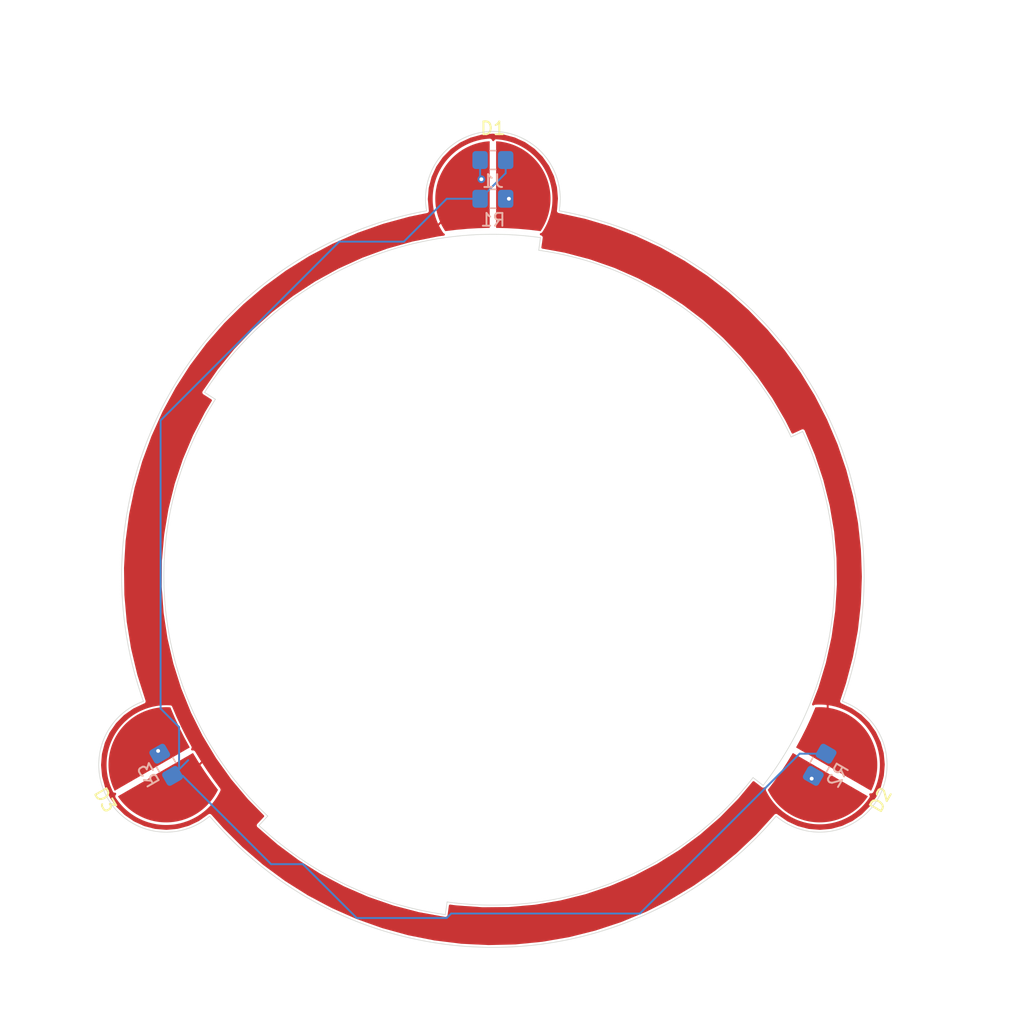
<source format=kicad_pcb>
(kicad_pcb (version 20171130) (host pcbnew "(5.1.8)-1")

  (general
    (thickness 1.6)
    (drawings 18)
    (tracks 38)
    (zones 0)
    (modules 7)
    (nets 6)
  )

  (page A4)
  (layers
    (0 F.Cu signal)
    (31 B.Cu signal)
    (32 B.Adhes user hide)
    (33 F.Adhes user hide)
    (34 B.Paste user hide)
    (35 F.Paste user hide)
    (36 B.SilkS user hide)
    (37 F.SilkS user hide)
    (38 B.Mask user hide)
    (39 F.Mask user hide)
    (40 Dwgs.User user hide)
    (41 Cmts.User user hide)
    (42 Eco1.User user hide)
    (43 Eco2.User user hide)
    (44 Edge.Cuts user)
    (45 Margin user hide)
    (46 B.CrtYd user hide)
    (47 F.CrtYd user hide)
    (48 B.Fab user hide)
    (49 F.Fab user hide)
  )

  (setup
    (last_trace_width 0.1524)
    (trace_clearance 0.1524)
    (zone_clearance 0.1524)
    (zone_45_only no)
    (trace_min 0.1524)
    (via_size 0.6)
    (via_drill 0.3)
    (via_min_size 0.5)
    (via_min_drill 0.3)
    (uvia_size 0.3)
    (uvia_drill 0.1)
    (uvias_allowed no)
    (uvia_min_size 0.2)
    (uvia_min_drill 0.1)
    (edge_width 0.05)
    (segment_width 0.2)
    (pcb_text_width 0.3)
    (pcb_text_size 1.5 1.5)
    (mod_edge_width 0.12)
    (mod_text_size 1 1)
    (mod_text_width 0.15)
    (pad_size 1.524 1.524)
    (pad_drill 0.762)
    (pad_to_mask_clearance 0)
    (aux_axis_origin 0 0)
    (visible_elements FFFFFF7F)
    (pcbplotparams
      (layerselection 0x010fc_ffffffff)
      (usegerberextensions false)
      (usegerberattributes true)
      (usegerberadvancedattributes true)
      (creategerberjobfile true)
      (excludeedgelayer true)
      (linewidth 0.100000)
      (plotframeref false)
      (viasonmask false)
      (mode 1)
      (useauxorigin false)
      (hpglpennumber 1)
      (hpglpenspeed 20)
      (hpglpendiameter 15.000000)
      (psnegative false)
      (psa4output false)
      (plotreference true)
      (plotvalue true)
      (plotinvisibletext false)
      (padsonsilk false)
      (subtractmaskfromsilk false)
      (outputformat 1)
      (mirror false)
      (drillshape 1)
      (scaleselection 1)
      (outputdirectory ""))
  )

  (net 0 "")
  (net 1 "Net-(D1-Pad2)")
  (net 2 GND)
  (net 3 "Net-(D2-Pad2)")
  (net 4 "Net-(D3-Pad2)")
  (net 5 +5V)

  (net_class Default "This is the default net class."
    (clearance 0.1524)
    (trace_width 0.1524)
    (via_dia 0.6)
    (via_drill 0.3)
    (uvia_dia 0.3)
    (uvia_drill 0.1)
    (add_net +5V)
    (add_net GND)
    (add_net "Net-(D1-Pad2)")
    (add_net "Net-(D2-Pad2)")
    (add_net "Net-(D3-Pad2)")
  )

  (module Resistor_SMD:R_0805_2012Metric_Pad1.20x1.40mm_HandSolder (layer B.Cu) (tedit 5F68FEEE) (tstamp 5FB28BE1)
    (at 148.5 72.5)
    (descr "Resistor SMD 0805 (2012 Metric), square (rectangular) end terminal, IPC_7351 nominal with elongated pad for handsoldering. (Body size source: IPC-SM-782 page 72, https://www.pcb-3d.com/wordpress/wp-content/uploads/ipc-sm-782a_amendment_1_and_2.pdf), generated with kicad-footprint-generator")
    (tags "resistor handsolder")
    (path /5FB2B626)
    (attr smd)
    (fp_text reference J1 (at 0 1.65 180) (layer B.SilkS)
      (effects (font (size 1 1) (thickness 0.15)) (justify mirror))
    )
    (fp_text value Conn_01x02 (at 0 -1.65 180) (layer B.Fab)
      (effects (font (size 1 1) (thickness 0.15)) (justify mirror))
    )
    (fp_text user %R (at 0 0 180) (layer B.Fab)
      (effects (font (size 0.5 0.5) (thickness 0.08)) (justify mirror))
    )
    (fp_line (start -1 -0.625) (end -1 0.625) (layer B.Fab) (width 0.1))
    (fp_line (start -1 0.625) (end 1 0.625) (layer B.Fab) (width 0.1))
    (fp_line (start 1 0.625) (end 1 -0.625) (layer B.Fab) (width 0.1))
    (fp_line (start 1 -0.625) (end -1 -0.625) (layer B.Fab) (width 0.1))
    (fp_line (start -0.227064 0.735) (end 0.227064 0.735) (layer B.SilkS) (width 0.12))
    (fp_line (start -0.227064 -0.735) (end 0.227064 -0.735) (layer B.SilkS) (width 0.12))
    (fp_line (start -1.85 -0.95) (end -1.85 0.95) (layer B.CrtYd) (width 0.05))
    (fp_line (start -1.85 0.95) (end 1.85 0.95) (layer B.CrtYd) (width 0.05))
    (fp_line (start 1.85 0.95) (end 1.85 -0.95) (layer B.CrtYd) (width 0.05))
    (fp_line (start 1.85 -0.95) (end -1.85 -0.95) (layer B.CrtYd) (width 0.05))
    (pad 2 smd roundrect (at 1 0) (size 1.2 1.4) (layers B.Cu B.Paste B.Mask) (roundrect_rratio 0.208333)
      (net 5 +5V))
    (pad 1 smd roundrect (at -1 0) (size 1.2 1.4) (layers B.Cu B.Paste B.Mask) (roundrect_rratio 0.208333)
      (net 2 GND))
    (model ${KISYS3DMOD}/Resistor_SMD.3dshapes/R_0805_2012Metric.wrl
      (at (xyz 0 0 0))
      (scale (xyz 1 1 1))
      (rotate (xyz 0 0 0))
    )
  )

  (module Resistor_SMD:R_0805_2012Metric_Pad1.20x1.40mm_HandSolder (layer B.Cu) (tedit 5F68FEEE) (tstamp 5FB26412)
    (at 122.975 119.737 300)
    (descr "Resistor SMD 0805 (2012 Metric), square (rectangular) end terminal, IPC_7351 nominal with elongated pad for handsoldering. (Body size source: IPC-SM-782 page 72, https://www.pcb-3d.com/wordpress/wp-content/uploads/ipc-sm-782a_amendment_1_and_2.pdf), generated with kicad-footprint-generator")
    (tags "resistor handsolder")
    (path /5FB22849)
    (attr smd)
    (fp_text reference R3 (at 0 1.65 300) (layer B.SilkS)
      (effects (font (size 1 1) (thickness 0.15)) (justify mirror))
    )
    (fp_text value 20 (at 0 -1.65 300) (layer B.Fab)
      (effects (font (size 1 1) (thickness 0.15)) (justify mirror))
    )
    (fp_text user %R (at 0 0 300) (layer B.Fab)
      (effects (font (size 0.5 0.5) (thickness 0.08)) (justify mirror))
    )
    (fp_line (start -1 -0.625) (end -1 0.625) (layer B.Fab) (width 0.1))
    (fp_line (start -1 0.625) (end 1 0.625) (layer B.Fab) (width 0.1))
    (fp_line (start 1 0.625) (end 1 -0.625) (layer B.Fab) (width 0.1))
    (fp_line (start 1 -0.625) (end -1 -0.625) (layer B.Fab) (width 0.1))
    (fp_line (start -0.227064 0.735) (end 0.227064 0.735) (layer B.SilkS) (width 0.12))
    (fp_line (start -0.227064 -0.735) (end 0.227064 -0.735) (layer B.SilkS) (width 0.12))
    (fp_line (start -1.85 -0.95) (end -1.85 0.95) (layer B.CrtYd) (width 0.05))
    (fp_line (start -1.85 0.95) (end 1.85 0.95) (layer B.CrtYd) (width 0.05))
    (fp_line (start 1.85 0.95) (end 1.85 -0.95) (layer B.CrtYd) (width 0.05))
    (fp_line (start 1.85 -0.95) (end -1.85 -0.95) (layer B.CrtYd) (width 0.05))
    (pad 2 smd roundrect (at 1 0 300) (size 1.2 1.4) (layers B.Cu B.Paste B.Mask) (roundrect_rratio 0.208333)
      (net 5 +5V))
    (pad 1 smd roundrect (at -1 0 300) (size 1.2 1.4) (layers B.Cu B.Paste B.Mask) (roundrect_rratio 0.208333)
      (net 4 "Net-(D3-Pad2)"))
    (model ${KISYS3DMOD}/Resistor_SMD.3dshapes/R_0805_2012Metric.wrl
      (at (xyz 0 0 0))
      (scale (xyz 1 1 1))
      (rotate (xyz 0 0 0))
    )
  )

  (module Resistor_SMD:R_0805_2012Metric_Pad1.20x1.40mm_HandSolder (layer B.Cu) (tedit 5F68FEEE) (tstamp 5FB2652A)
    (at 174.025 119.737 60)
    (descr "Resistor SMD 0805 (2012 Metric), square (rectangular) end terminal, IPC_7351 nominal with elongated pad for handsoldering. (Body size source: IPC-SM-782 page 72, https://www.pcb-3d.com/wordpress/wp-content/uploads/ipc-sm-782a_amendment_1_and_2.pdf), generated with kicad-footprint-generator")
    (tags "resistor handsolder")
    (path /5FB22EE9)
    (attr smd)
    (fp_text reference R2 (at 0 1.65 240) (layer B.SilkS)
      (effects (font (size 1 1) (thickness 0.15)) (justify mirror))
    )
    (fp_text value 20 (at 0 -1.65 240) (layer B.Fab)
      (effects (font (size 1 1) (thickness 0.15)) (justify mirror))
    )
    (fp_text user %R (at 0 0 240) (layer B.Fab)
      (effects (font (size 0.5 0.5) (thickness 0.08)) (justify mirror))
    )
    (fp_line (start -1 -0.625) (end -1 0.625) (layer B.Fab) (width 0.1))
    (fp_line (start -1 0.625) (end 1 0.625) (layer B.Fab) (width 0.1))
    (fp_line (start 1 0.625) (end 1 -0.625) (layer B.Fab) (width 0.1))
    (fp_line (start 1 -0.625) (end -1 -0.625) (layer B.Fab) (width 0.1))
    (fp_line (start -0.227064 0.735) (end 0.227064 0.735) (layer B.SilkS) (width 0.12))
    (fp_line (start -0.227064 -0.735) (end 0.227064 -0.735) (layer B.SilkS) (width 0.12))
    (fp_line (start -1.85 -0.95) (end -1.85 0.95) (layer B.CrtYd) (width 0.05))
    (fp_line (start -1.85 0.95) (end 1.85 0.95) (layer B.CrtYd) (width 0.05))
    (fp_line (start 1.85 0.95) (end 1.85 -0.95) (layer B.CrtYd) (width 0.05))
    (fp_line (start 1.85 -0.95) (end -1.85 -0.95) (layer B.CrtYd) (width 0.05))
    (pad 2 smd roundrect (at 1 0 60) (size 1.2 1.4) (layers B.Cu B.Paste B.Mask) (roundrect_rratio 0.208333)
      (net 5 +5V))
    (pad 1 smd roundrect (at -1 0 60) (size 1.2 1.4) (layers B.Cu B.Paste B.Mask) (roundrect_rratio 0.208333)
      (net 3 "Net-(D2-Pad2)"))
    (model ${KISYS3DMOD}/Resistor_SMD.3dshapes/R_0805_2012Metric.wrl
      (at (xyz 0 0 0))
      (scale (xyz 1 1 1))
      (rotate (xyz 0 0 0))
    )
  )

  (module Resistor_SMD:R_0805_2012Metric_Pad1.20x1.40mm_HandSolder (layer B.Cu) (tedit 5F68FEEE) (tstamp 5FB2682D)
    (at 148.5 75.526)
    (descr "Resistor SMD 0805 (2012 Metric), square (rectangular) end terminal, IPC_7351 nominal with elongated pad for handsoldering. (Body size source: IPC-SM-782 page 72, https://www.pcb-3d.com/wordpress/wp-content/uploads/ipc-sm-782a_amendment_1_and_2.pdf), generated with kicad-footprint-generator")
    (tags "resistor handsolder")
    (path /5FB20A8F)
    (attr smd)
    (fp_text reference R1 (at 0 1.65) (layer B.SilkS)
      (effects (font (size 1 1) (thickness 0.15)) (justify mirror))
    )
    (fp_text value 20 (at 0 -1.65) (layer B.Fab)
      (effects (font (size 1 1) (thickness 0.15)) (justify mirror))
    )
    (fp_text user %R (at 0 0) (layer B.Fab)
      (effects (font (size 0.5 0.5) (thickness 0.08)) (justify mirror))
    )
    (fp_line (start -1 -0.625) (end -1 0.625) (layer B.Fab) (width 0.1))
    (fp_line (start -1 0.625) (end 1 0.625) (layer B.Fab) (width 0.1))
    (fp_line (start 1 0.625) (end 1 -0.625) (layer B.Fab) (width 0.1))
    (fp_line (start 1 -0.625) (end -1 -0.625) (layer B.Fab) (width 0.1))
    (fp_line (start -0.227064 0.735) (end 0.227064 0.735) (layer B.SilkS) (width 0.12))
    (fp_line (start -0.227064 -0.735) (end 0.227064 -0.735) (layer B.SilkS) (width 0.12))
    (fp_line (start -1.85 -0.95) (end -1.85 0.95) (layer B.CrtYd) (width 0.05))
    (fp_line (start -1.85 0.95) (end 1.85 0.95) (layer B.CrtYd) (width 0.05))
    (fp_line (start 1.85 0.95) (end 1.85 -0.95) (layer B.CrtYd) (width 0.05))
    (fp_line (start 1.85 -0.95) (end -1.85 -0.95) (layer B.CrtYd) (width 0.05))
    (pad 2 smd roundrect (at 1 0) (size 1.2 1.4) (layers B.Cu B.Paste B.Mask) (roundrect_rratio 0.208333)
      (net 1 "Net-(D1-Pad2)"))
    (pad 1 smd roundrect (at -1 0) (size 1.2 1.4) (layers B.Cu B.Paste B.Mask) (roundrect_rratio 0.208333)
      (net 5 +5V))
    (model ${KISYS3DMOD}/Resistor_SMD.3dshapes/R_0805_2012Metric.wrl
      (at (xyz 0 0 0))
      (scale (xyz 1 1 1))
      (rotate (xyz 0 0 0))
    )
  )

  (module pcb:Universal_LED (layer F.Cu) (tedit 5FB3573D) (tstamp 5FB357E9)
    (at 148.5 75.526)
    (path /5FB1FF25)
    (attr smd)
    (fp_text reference D1 (at 0 -5.5) (layer F.SilkS)
      (effects (font (size 1 1) (thickness 0.15)))
    )
    (fp_text value LED (at 0 3.5) (layer F.Fab)
      (effects (font (size 1 1) (thickness 0.15)))
    )
    (pad 2 smd custom (at 1.25 0) (size 2 2) (layers F.Cu F.Paste F.Mask)
      (net 1 "Net-(D1-Pad2)") (zone_connect 0)
      (options (clearance outline) (anchor rect))
      (primitives
        (gr_poly (pts
           (xy -0.844607 -4.481702) (xy -0.689699 -4.464981) (xy -0.535463 -4.442908) (xy -0.382083 -4.415509) (xy -0.229744 -4.382816)
           (xy -0.078629 -4.344869) (xy 0.071083 -4.301713) (xy 0.219211 -4.2534) (xy 0.365578 -4.199988) (xy 0.510007 -4.141542)
           (xy 0.652327 -4.07813) (xy 0.792367 -4.009829) (xy 0.929958 -3.936722) (xy 1.064935 -3.858895) (xy 1.197138 -3.776442)
           (xy 1.326406 -3.689461) (xy 1.452586 -3.598058) (xy 1.575527 -3.502341) (xy 1.695079 -3.402426) (xy 1.811102 -3.298431)
           (xy 1.923454 -3.190483) (xy 2.032003 -3.07871) (xy 2.136616 -2.963245) (xy 2.23717 -2.844229) (xy 2.333543 -2.721803)
           (xy 2.425621 -2.596114) (xy 2.513292 -2.467312) (xy 2.596451 -2.335553) (xy 2.674999 -2.200994) (xy 2.748842 -2.063796)
           (xy 2.817891 -1.924124) (xy 2.882064 -1.782146) (xy 2.941283 -1.638031) (xy 2.995477 -1.491952) (xy 3.044581 -1.344085)
           (xy 3.088538 -1.194606) (xy 3.127293 -1.043696) (xy 3.189021 -0.738303) (xy 3.211919 -0.584188) (xy 3.229468 -0.429371)
           (xy 3.241647 -0.274041) (xy 3.248442 -0.118381) (xy 3.249844 0.037419) (xy 3.245851 0.193175) (xy 3.236469 0.3487)
           (xy 3.221708 0.503807) (xy 3.201587 0.65831) (xy 3.176128 0.812023) (xy 3.145364 0.964763) (xy 3.109331 1.116347)
           (xy 3.068071 1.266592) (xy 3.021635 1.415319) (xy 2.970078 1.562349) (xy 2.913462 1.707506) (xy 2.851855 1.850617)
           (xy 2.78533 1.991508) (xy 2.713968 2.130013) (xy 2.637853 2.265963) (xy 2.557078 2.399198) (xy 2.471739 2.529556)
           (xy 1.607308 2.424226) (xy 0.739948 2.346622) (xy -0.129452 2.296823) (xy -1 2.274881) (xy -1 -4.49305)
) (width 0))
      ))
    (pad 1 smd custom (at -1.25 0) (size 2 2) (layers F.Cu F.Paste F.Mask)
      (net 2 GND)
      (options (clearance outline) (anchor rect))
      (primitives
        (gr_poly (pts
           (xy 0.844607 -4.481702) (xy 0.689699 -4.464981) (xy 0.535463 -4.442908) (xy 0.382083 -4.415509) (xy 0.229744 -4.382816)
           (xy 0.078629 -4.344869) (xy -0.071083 -4.301713) (xy -0.219211 -4.2534) (xy -0.365578 -4.199988) (xy -0.510007 -4.141542)
           (xy -0.652327 -4.07813) (xy -0.792367 -4.009829) (xy -0.929958 -3.936722) (xy -1.064935 -3.858895) (xy -1.197138 -3.776442)
           (xy -1.326406 -3.689461) (xy -1.452586 -3.598058) (xy -1.575527 -3.502341) (xy -1.695079 -3.402426) (xy -1.811102 -3.298431)
           (xy -1.923454 -3.190483) (xy -2.032003 -3.07871) (xy -2.136616 -2.963245) (xy -2.23717 -2.844229) (xy -2.333543 -2.721803)
           (xy -2.425621 -2.596114) (xy -2.513292 -2.467312) (xy -2.596451 -2.335553) (xy -2.674999 -2.200994) (xy -2.748842 -2.063796)
           (xy -2.817891 -1.924124) (xy -2.882064 -1.782146) (xy -2.941283 -1.638031) (xy -2.995477 -1.491952) (xy -3.044581 -1.344085)
           (xy -3.088538 -1.194606) (xy -3.127293 -1.043696) (xy -3.189021 -0.738303) (xy -3.211919 -0.584188) (xy -3.229468 -0.429371)
           (xy -3.241647 -0.274041) (xy -3.248442 -0.118381) (xy -3.249844 0.037419) (xy -3.245851 0.193175) (xy -3.236469 0.3487)
           (xy -3.221708 0.503807) (xy -3.201587 0.65831) (xy -3.176128 0.812023) (xy -3.145364 0.964763) (xy -3.109331 1.116347)
           (xy -3.068071 1.266592) (xy -3.021635 1.415319) (xy -2.970078 1.562349) (xy -2.913462 1.707506) (xy -2.851855 1.850617)
           (xy -2.78533 1.991508) (xy -2.713968 2.130013) (xy -2.637853 2.265963) (xy -2.557078 2.399198) (xy -2.471739 2.529556)
           (xy -1.607308 2.424226) (xy -0.739948 2.346622) (xy 0.129452 2.296823) (xy 1 2.274881) (xy 1 -4.49305)
) (width 0))
      ))
  )

  (module pcb:Universal_LED (layer F.Cu) (tedit 5FB3573D) (tstamp 5FB357EE)
    (at 174.025 119.737 240)
    (path /5FB203BB)
    (attr smd)
    (fp_text reference D2 (at 0 -5.5 60) (layer F.SilkS)
      (effects (font (size 1 1) (thickness 0.15)))
    )
    (fp_text value LED (at 0 3.5 60) (layer F.Fab)
      (effects (font (size 1 1) (thickness 0.15)))
    )
    (pad 1 smd custom (at -1.25 0 240) (size 2 2) (layers F.Cu F.Paste F.Mask)
      (net 2 GND)
      (options (clearance outline) (anchor rect))
      (primitives
        (gr_poly (pts
           (xy 0.844607 -4.481702) (xy 0.689699 -4.464981) (xy 0.535463 -4.442908) (xy 0.382083 -4.415509) (xy 0.229744 -4.382816)
           (xy 0.078629 -4.344869) (xy -0.071083 -4.301713) (xy -0.219211 -4.2534) (xy -0.365578 -4.199988) (xy -0.510007 -4.141542)
           (xy -0.652327 -4.07813) (xy -0.792367 -4.009829) (xy -0.929958 -3.936722) (xy -1.064935 -3.858895) (xy -1.197138 -3.776442)
           (xy -1.326406 -3.689461) (xy -1.452586 -3.598058) (xy -1.575527 -3.502341) (xy -1.695079 -3.402426) (xy -1.811102 -3.298431)
           (xy -1.923454 -3.190483) (xy -2.032003 -3.07871) (xy -2.136616 -2.963245) (xy -2.23717 -2.844229) (xy -2.333543 -2.721803)
           (xy -2.425621 -2.596114) (xy -2.513292 -2.467312) (xy -2.596451 -2.335553) (xy -2.674999 -2.200994) (xy -2.748842 -2.063796)
           (xy -2.817891 -1.924124) (xy -2.882064 -1.782146) (xy -2.941283 -1.638031) (xy -2.995477 -1.491952) (xy -3.044581 -1.344085)
           (xy -3.088538 -1.194606) (xy -3.127293 -1.043696) (xy -3.189021 -0.738303) (xy -3.211919 -0.584188) (xy -3.229468 -0.429371)
           (xy -3.241647 -0.274041) (xy -3.248442 -0.118381) (xy -3.249844 0.037419) (xy -3.245851 0.193175) (xy -3.236469 0.3487)
           (xy -3.221708 0.503807) (xy -3.201587 0.65831) (xy -3.176128 0.812023) (xy -3.145364 0.964763) (xy -3.109331 1.116347)
           (xy -3.068071 1.266592) (xy -3.021635 1.415319) (xy -2.970078 1.562349) (xy -2.913462 1.707506) (xy -2.851855 1.850617)
           (xy -2.78533 1.991508) (xy -2.713968 2.130013) (xy -2.637853 2.265963) (xy -2.557078 2.399198) (xy -2.471739 2.529556)
           (xy -1.607308 2.424226) (xy -0.739948 2.346622) (xy 0.129452 2.296823) (xy 1 2.274881) (xy 1 -4.49305)
) (width 0))
      ))
    (pad 2 smd custom (at 1.25 0 240) (size 2 2) (layers F.Cu F.Paste F.Mask)
      (net 3 "Net-(D2-Pad2)") (zone_connect 0)
      (options (clearance outline) (anchor rect))
      (primitives
        (gr_poly (pts
           (xy -0.844607 -4.481702) (xy -0.689699 -4.464981) (xy -0.535463 -4.442908) (xy -0.382083 -4.415509) (xy -0.229744 -4.382816)
           (xy -0.078629 -4.344869) (xy 0.071083 -4.301713) (xy 0.219211 -4.2534) (xy 0.365578 -4.199988) (xy 0.510007 -4.141542)
           (xy 0.652327 -4.07813) (xy 0.792367 -4.009829) (xy 0.929958 -3.936722) (xy 1.064935 -3.858895) (xy 1.197138 -3.776442)
           (xy 1.326406 -3.689461) (xy 1.452586 -3.598058) (xy 1.575527 -3.502341) (xy 1.695079 -3.402426) (xy 1.811102 -3.298431)
           (xy 1.923454 -3.190483) (xy 2.032003 -3.07871) (xy 2.136616 -2.963245) (xy 2.23717 -2.844229) (xy 2.333543 -2.721803)
           (xy 2.425621 -2.596114) (xy 2.513292 -2.467312) (xy 2.596451 -2.335553) (xy 2.674999 -2.200994) (xy 2.748842 -2.063796)
           (xy 2.817891 -1.924124) (xy 2.882064 -1.782146) (xy 2.941283 -1.638031) (xy 2.995477 -1.491952) (xy 3.044581 -1.344085)
           (xy 3.088538 -1.194606) (xy 3.127293 -1.043696) (xy 3.189021 -0.738303) (xy 3.211919 -0.584188) (xy 3.229468 -0.429371)
           (xy 3.241647 -0.274041) (xy 3.248442 -0.118381) (xy 3.249844 0.037419) (xy 3.245851 0.193175) (xy 3.236469 0.3487)
           (xy 3.221708 0.503807) (xy 3.201587 0.65831) (xy 3.176128 0.812023) (xy 3.145364 0.964763) (xy 3.109331 1.116347)
           (xy 3.068071 1.266592) (xy 3.021635 1.415319) (xy 2.970078 1.562349) (xy 2.913462 1.707506) (xy 2.851855 1.850617)
           (xy 2.78533 1.991508) (xy 2.713968 2.130013) (xy 2.637853 2.265963) (xy 2.557078 2.399198) (xy 2.471739 2.529556)
           (xy 1.607308 2.424226) (xy 0.739948 2.346622) (xy -0.129452 2.296823) (xy -1 2.274881) (xy -1 -4.49305)
) (width 0))
      ))
  )

  (module pcb:Universal_LED (layer F.Cu) (tedit 5FB3573D) (tstamp 5FB357F3)
    (at 122.975 119.737 120)
    (path /5FB2055D)
    (attr smd)
    (fp_text reference D3 (at 0 -5.5 120) (layer F.SilkS)
      (effects (font (size 1 1) (thickness 0.15)))
    )
    (fp_text value LED (at 0 3.5 120) (layer F.Fab)
      (effects (font (size 1 1) (thickness 0.15)))
    )
    (pad 2 smd custom (at 1.25 0 120) (size 2 2) (layers F.Cu F.Paste F.Mask)
      (net 4 "Net-(D3-Pad2)") (zone_connect 0)
      (options (clearance outline) (anchor rect))
      (primitives
        (gr_poly (pts
           (xy -0.844607 -4.481702) (xy -0.689699 -4.464981) (xy -0.535463 -4.442908) (xy -0.382083 -4.415509) (xy -0.229744 -4.382816)
           (xy -0.078629 -4.344869) (xy 0.071083 -4.301713) (xy 0.219211 -4.2534) (xy 0.365578 -4.199988) (xy 0.510007 -4.141542)
           (xy 0.652327 -4.07813) (xy 0.792367 -4.009829) (xy 0.929958 -3.936722) (xy 1.064935 -3.858895) (xy 1.197138 -3.776442)
           (xy 1.326406 -3.689461) (xy 1.452586 -3.598058) (xy 1.575527 -3.502341) (xy 1.695079 -3.402426) (xy 1.811102 -3.298431)
           (xy 1.923454 -3.190483) (xy 2.032003 -3.07871) (xy 2.136616 -2.963245) (xy 2.23717 -2.844229) (xy 2.333543 -2.721803)
           (xy 2.425621 -2.596114) (xy 2.513292 -2.467312) (xy 2.596451 -2.335553) (xy 2.674999 -2.200994) (xy 2.748842 -2.063796)
           (xy 2.817891 -1.924124) (xy 2.882064 -1.782146) (xy 2.941283 -1.638031) (xy 2.995477 -1.491952) (xy 3.044581 -1.344085)
           (xy 3.088538 -1.194606) (xy 3.127293 -1.043696) (xy 3.189021 -0.738303) (xy 3.211919 -0.584188) (xy 3.229468 -0.429371)
           (xy 3.241647 -0.274041) (xy 3.248442 -0.118381) (xy 3.249844 0.037419) (xy 3.245851 0.193175) (xy 3.236469 0.3487)
           (xy 3.221708 0.503807) (xy 3.201587 0.65831) (xy 3.176128 0.812023) (xy 3.145364 0.964763) (xy 3.109331 1.116347)
           (xy 3.068071 1.266592) (xy 3.021635 1.415319) (xy 2.970078 1.562349) (xy 2.913462 1.707506) (xy 2.851855 1.850617)
           (xy 2.78533 1.991508) (xy 2.713968 2.130013) (xy 2.637853 2.265963) (xy 2.557078 2.399198) (xy 2.471739 2.529556)
           (xy 1.607308 2.424226) (xy 0.739948 2.346622) (xy -0.129452 2.296823) (xy -1 2.274881) (xy -1 -4.49305)
) (width 0))
      ))
    (pad 1 smd custom (at -1.25 0 120) (size 2 2) (layers F.Cu F.Paste F.Mask)
      (net 2 GND)
      (options (clearance outline) (anchor rect))
      (primitives
        (gr_poly (pts
           (xy 0.844607 -4.481702) (xy 0.689699 -4.464981) (xy 0.535463 -4.442908) (xy 0.382083 -4.415509) (xy 0.229744 -4.382816)
           (xy 0.078629 -4.344869) (xy -0.071083 -4.301713) (xy -0.219211 -4.2534) (xy -0.365578 -4.199988) (xy -0.510007 -4.141542)
           (xy -0.652327 -4.07813) (xy -0.792367 -4.009829) (xy -0.929958 -3.936722) (xy -1.064935 -3.858895) (xy -1.197138 -3.776442)
           (xy -1.326406 -3.689461) (xy -1.452586 -3.598058) (xy -1.575527 -3.502341) (xy -1.695079 -3.402426) (xy -1.811102 -3.298431)
           (xy -1.923454 -3.190483) (xy -2.032003 -3.07871) (xy -2.136616 -2.963245) (xy -2.23717 -2.844229) (xy -2.333543 -2.721803)
           (xy -2.425621 -2.596114) (xy -2.513292 -2.467312) (xy -2.596451 -2.335553) (xy -2.674999 -2.200994) (xy -2.748842 -2.063796)
           (xy -2.817891 -1.924124) (xy -2.882064 -1.782146) (xy -2.941283 -1.638031) (xy -2.995477 -1.491952) (xy -3.044581 -1.344085)
           (xy -3.088538 -1.194606) (xy -3.127293 -1.043696) (xy -3.189021 -0.738303) (xy -3.211919 -0.584188) (xy -3.229468 -0.429371)
           (xy -3.241647 -0.274041) (xy -3.248442 -0.118381) (xy -3.249844 0.037419) (xy -3.245851 0.193175) (xy -3.236469 0.3487)
           (xy -3.221708 0.503807) (xy -3.201587 0.65831) (xy -3.176128 0.812023) (xy -3.145364 0.964763) (xy -3.109331 1.116347)
           (xy -3.068071 1.266592) (xy -3.021635 1.415319) (xy -2.970078 1.562349) (xy -2.913462 1.707506) (xy -2.851855 1.850617)
           (xy -2.78533 1.991508) (xy -2.713968 2.130013) (xy -2.637853 2.265963) (xy -2.557078 2.399198) (xy -2.471739 2.529556)
           (xy -1.607308 2.424226) (xy -0.739948 2.346622) (xy 0.129452 2.296823) (xy 1 2.274881) (xy 1 -4.49305)
) (width 0))
      ))
  )

  (gr_arc (start 148.5 104.999999) (end 143.321428 76.466118) (angle -99.42687878) (layer Edge.Cuts) (width 0.05))
  (gr_arc (start 122.974998 119.736866) (end 121.199647 114.782166) (angle -200.5731212) (layer Edge.Cuts) (width 0.05))
  (gr_arc (start 148.499999 104.999999) (end 126.378219 123.751715) (angle -99.42687878) (layer Edge.Cuts) (width 0.05))
  (gr_arc (start 174.025001 119.736866) (end 170.62178 123.751715) (angle -200.5731212) (layer Edge.Cuts) (width 0.05))
  (gr_arc (start 148.5 105) (end 175.800352 114.782166) (angle -99.42687878) (layer Edge.Cuts) (width 0.05))
  (gr_arc (start 148.5 75.526267) (end 153.678571 76.466118) (angle -200.5731212) (layer Edge.Cuts) (width 0.05))
  (gr_arc (start 148.5 104.999999) (end 171.788711 94.131425) (angle -56.98207807) (layer Edge.Cuts) (width 0.05))
  (gr_line (start 152.215921 78.559842) (end 152.076748 79.55011) (layer Edge.Cuts) (width 0.05))
  (gr_arc (start 148.5 104.999999) (end 152.215921 78.559842) (angle -65.49551528) (layer Edge.Cuts) (width 0.05))
  (gr_line (start 126.82592 91.189703) (end 125.982571 90.652337) (layer Edge.Cuts) (width 0.05))
  (gr_arc (start 148.5 104.999999) (end 126.82592 91.189703) (angle -79.33474074) (layer Edge.Cuts) (width 0.05))
  (gr_line (start 130.232872 124.473111) (end 130.917034 123.743781) (layer Edge.Cuts) (width 0.05))
  (gr_arc (start 148.5 104.999999) (end 130.232872 124.473111) (angle -35.16974396) (layer Edge.Cuts) (width 0.05))
  (gr_line (start 144.923251 130.449889) (end 144.784078 131.440157) (layer Edge.Cuts) (width 0.05))
  (gr_arc (start 148.5 104.999999) (end 144.923251 130.449889) (angle -60.24626543) (layer Edge.Cuts) (width 0.05))
  (gr_line (start 169.610346 121.347577) (end 168.819696 120.735308) (layer Edge.Cuts) (width 0.05))
  (gr_arc (start 148.5 104.999999) (end 169.610346 121.347577) (angle -62.77165651) (layer Edge.Cuts) (width 0.05))
  (gr_line (start 171.788711 94.131425) (end 172.694887 93.708523) (layer Edge.Cuts) (width 0.05))

  (via (at 147.6 74) (size 0.6) (drill 0.3) (layers F.Cu B.Cu) (net 2))
  (via (at 149.75 75.526) (size 0.6) (drill 0.3) (layers F.Cu B.Cu) (net 1))
  (segment (start 149.5 75.526) (end 149.75 75.526) (width 0.1524) (layer B.Cu) (net 1))
  (segment (start 174.65 118.654468) (end 174.65 114.35) (width 0.1524) (layer F.Cu) (net 2))
  (segment (start 123.6 120.819532) (end 124.480468 120.819532) (width 0.1524) (layer F.Cu) (net 2))
  (segment (start 124.480468 120.819532) (end 125.9 119.4) (width 0.1524) (layer F.Cu) (net 2))
  (segment (start 147.25 75.526) (end 145.274 75.526) (width 0.1524) (layer F.Cu) (net 2))
  (segment (start 147.25 75.526) (end 146.274 75.526) (width 0.1524) (layer F.Cu) (net 2))
  (segment (start 146.274 75.526) (end 143.8 78) (width 0.1524) (layer F.Cu) (net 2))
  (segment (start 147.5 73.9) (end 147.6 74) (width 0.1524) (layer B.Cu) (net 2))
  (segment (start 147.5 72.5) (end 147.5 73.9) (width 0.1524) (layer B.Cu) (net 2))
  (via (at 173.4 120.819532) (size 0.6) (drill 0.3) (layers F.Cu B.Cu) (net 3))
  (segment (start 173.525 120.694532) (end 173.4 120.819532) (width 0.1524) (layer B.Cu) (net 3))
  (segment (start 173.525 120.603025) (end 173.525 120.694532) (width 0.1524) (layer B.Cu) (net 3))
  (via (at 122.35 118.654468) (size 0.6) (drill 0.3) (layers F.Cu B.Cu) (net 4))
  (segment (start 122.475 118.779468) (end 122.35 118.654468) (width 0.1524) (layer B.Cu) (net 4))
  (segment (start 122.475 118.870975) (end 122.475 118.779468) (width 0.1524) (layer B.Cu) (net 4))
  (segment (start 149.5 73.526) (end 147.5 75.526) (width 0.1524) (layer B.Cu) (net 5))
  (segment (start 149.5 72.5) (end 149.5 73.526) (width 0.1524) (layer B.Cu) (net 5))
  (segment (start 173.838129 118.870975) (end 174.525 118.870975) (width 0.1524) (layer B.Cu) (net 5))
  (segment (start 124.276969 120.603025) (end 123.475 120.603025) (width 0.1524) (layer B.Cu) (net 5))
  (segment (start 137.865078 131.706335) (end 133.656907 127.498164) (width 0.1524) (layer B.Cu) (net 5))
  (segment (start 131.172108 127.498164) (end 124.276969 120.603025) (width 0.1524) (layer B.Cu) (net 5))
  (segment (start 144.89433 131.706335) (end 137.865078 131.706335) (width 0.1524) (layer B.Cu) (net 5))
  (segment (start 145.244528 131.356137) (end 144.89433 131.706335) (width 0.1524) (layer B.Cu) (net 5))
  (segment (start 133.656907 127.498164) (end 131.172108 127.498164) (width 0.1524) (layer B.Cu) (net 5))
  (segment (start 159.976318 131.356137) (end 145.244528 131.356137) (width 0.1524) (layer B.Cu) (net 5))
  (segment (start 172.46148 118.870975) (end 159.976318 131.356137) (width 0.1524) (layer B.Cu) (net 5))
  (segment (start 174.525 118.870975) (end 172.46148 118.870975) (width 0.1524) (layer B.Cu) (net 5))
  (segment (start 123.475 120.603025) (end 124.7 119.378025) (width 0.1524) (layer B.Cu) (net 5))
  (segment (start 136.503807 78.876854) (end 141.540816 78.876854) (width 0.1524) (layer B.Cu) (net 5))
  (segment (start 122.545585 92.835076) (end 136.503807 78.876854) (width 0.1524) (layer B.Cu) (net 5))
  (segment (start 122.545585 115.348258) (end 122.545585 92.835076) (width 0.1524) (layer B.Cu) (net 5))
  (segment (start 123.987435 116.790108) (end 122.545585 115.348258) (width 0.1524) (layer B.Cu) (net 5))
  (segment (start 123.987435 120.09059) (end 123.987435 116.790108) (width 0.1524) (layer B.Cu) (net 5))
  (segment (start 123.475 120.603025) (end 123.987435 120.09059) (width 0.1524) (layer B.Cu) (net 5))
  (segment (start 144.89167 75.526) (end 147.5 75.526) (width 0.1524) (layer B.Cu) (net 5))
  (segment (start 141.540816 78.876854) (end 144.89167 75.526) (width 0.1524) (layer B.Cu) (net 5))

  (zone (net 2) (net_name GND) (layer F.Cu) (tstamp 5FB3506C) (hatch edge 0.508)
    (connect_pads (clearance 0.1524))
    (min_thickness 0.1778)
    (fill yes (arc_segments 32) (thermal_gap 0.2032) (thermal_bridge_width 0.2032))
    (polygon
      (pts
        (xy 190 140) (xy 110 140) (xy 110 60) (xy 190 60)
      )
    )
    (filled_polygon
      (pts
        (xy 149.342898 70.602038) (xy 150.18518 70.823217) (xy 150.976258 71.187298) (xy 151.692088 71.68321) (xy 152.310931 72.295893)
        (xy 152.813985 73.006735) (xy 153.185957 73.794127) (xy 153.415551 74.634152) (xy 153.495786 75.501282) (xy 153.423325 76.380134)
        (xy 153.416317 76.419875) (xy 153.416315 76.419895) (xy 153.416306 76.419938) (xy 153.413628 76.43927) (xy 153.412373 76.458746)
        (xy 153.412423 76.464375) (xy 153.412271 76.466118) (xy 153.412458 76.468259) (xy 153.412548 76.478262) (xy 153.414152 76.497712)
        (xy 153.41615 76.51045) (xy 153.416317 76.51236) (xy 153.416637 76.513553) (xy 153.417176 76.516992) (xy 153.421603 76.536)
        (xy 153.427412 76.554632) (xy 153.428133 76.55646) (xy 153.42833 76.557197) (xy 153.428931 76.558487) (xy 153.434569 76.572789)
        (xy 153.443036 76.590373) (xy 153.44707 76.597384) (xy 153.447948 76.599267) (xy 153.4491 76.600912) (xy 153.452769 76.607289)
        (xy 153.463715 76.623448) (xy 153.473947 76.636399) (xy 153.474573 76.637292) (xy 153.474956 76.637675) (xy 153.475814 76.638761)
        (xy 153.489003 76.653147) (xy 153.503209 76.666528) (xy 153.506402 76.669122) (xy 153.507396 76.670116) (xy 153.509059 76.67128)
        (xy 153.518357 76.678834) (xy 153.534366 76.689995) (xy 153.543686 76.695526) (xy 153.54542 76.69674) (xy 153.546876 76.697419)
        (xy 153.551151 76.699956) (xy 153.568618 76.70866) (xy 153.586677 76.716061) (xy 153.587265 76.716253) (xy 153.58749 76.716358)
        (xy 153.588025 76.716501) (xy 153.605229 76.722121) (xy 153.621448 76.72622) (xy 155.687772 77.180023) (xy 157.705955 77.781153)
        (xy 159.674687 78.528476) (xy 161.583403 79.417979) (xy 163.421857 80.444891) (xy 165.18015 81.60368) (xy 166.848861 82.888137)
        (xy 168.41902 84.291359) (xy 169.882195 85.80581) (xy 171.230518 87.423346) (xy 172.456753 89.135285) (xy 173.55432 90.932439)
        (xy 174.517321 92.805156) (xy 175.340577 94.743361) (xy 176.019677 96.736674) (xy 176.55096 98.774343) (xy 176.931585 100.845468)
        (xy 177.159502 102.938903) (xy 177.233487 105.043416) (xy 177.153143 107.147685) (xy 176.918903 109.240418) (xy 176.532023 111.310377)
        (xy 175.994173 113.347994) (xy 175.54752 114.69855) (xy 175.543275 114.71316) (xy 175.542784 114.714531) (xy 175.542651 114.715309)
        (xy 175.542075 114.717291) (xy 175.538018 114.736382) (xy 175.535368 114.755718) (xy 175.535155 114.759103) (xy 175.534953 114.760284)
        (xy 175.534962 114.762167) (xy 175.534143 114.775195) (xy 175.534348 114.79471) (xy 175.535173 114.804539) (xy 175.535184 114.806702)
        (xy 175.535502 114.808454) (xy 175.535981 114.814159) (xy 175.539034 114.833435) (xy 175.543467 114.852339) (xy 175.543474 114.852375)
        (xy 175.543479 114.852389) (xy 175.54349 114.852435) (xy 175.549327 114.871059) (xy 175.556512 114.889205) (xy 175.558959 114.894268)
        (xy 175.559568 114.895915) (xy 175.560655 114.897776) (xy 175.565005 114.906776) (xy 175.574763 114.923678) (xy 175.582011 114.934343)
        (xy 175.582978 114.935999) (xy 175.583776 114.936941) (xy 175.585733 114.93982) (xy 175.597855 114.955114) (xy 175.611066 114.96948)
        (xy 175.612505 114.970831) (xy 175.612994 114.971408) (xy 175.614079 114.97231) (xy 175.625294 114.98284) (xy 175.64046 114.995122)
        (xy 175.6471 114.999737) (xy 175.648701 115.001067) (xy 175.650446 115.002063) (xy 175.656486 115.006261) (xy 175.673285 115.016195)
        (xy 175.688058 115.023529) (xy 175.689017 115.024076) (xy 176.501258 115.397896) (xy 177.217091 115.893811) (xy 177.835935 116.506495)
        (xy 178.338986 117.217332) (xy 178.710959 118.004726) (xy 178.940553 118.844751) (xy 179.020788 119.71188) (xy 178.94923 120.579765)
        (xy 178.728051 121.422046) (xy 178.363972 122.213122) (xy 177.868056 122.928956) (xy 177.255373 123.547799) (xy 176.544535 124.050851)
        (xy 175.75714 124.422824) (xy 174.917116 124.652418) (xy 174.049987 124.732653) (xy 173.182102 124.661095) (xy 172.339821 124.439916)
        (xy 171.548745 124.075837) (xy 170.823868 123.573656) (xy 170.792952 123.547715) (xy 170.792944 123.547709) (xy 170.792907 123.547676)
        (xy 170.777503 123.53569) (xy 170.761264 123.524865) (xy 170.756338 123.522079) (xy 170.754926 123.521091) (xy 170.753008 123.520197)
        (xy 170.744276 123.515259) (xy 170.726629 123.506923) (xy 170.714568 123.502272) (xy 170.712857 123.501474) (xy 170.711684 123.50116)
        (xy 170.70842 123.499901) (xy 170.689745 123.494232) (xy 170.670705 123.489946) (xy 170.668737 123.489652) (xy 170.668019 123.48946)
        (xy 170.666638 123.489339) (xy 170.651402 123.487066) (xy 170.631941 123.485607) (xy 170.623834 123.485595) (xy 170.621777 123.485415)
        (xy 170.619789 123.485589) (xy 170.612424 123.485578) (xy 170.592957 123.486977) (xy 170.576595 123.489368) (xy 170.575534 123.489461)
        (xy 170.575023 123.489598) (xy 170.573647 123.489799) (xy 170.554593 123.494028) (xy 170.535902 123.499641) (xy 170.532045 123.501114)
        (xy 170.530696 123.501476) (xy 170.52887 123.502328) (xy 170.517671 123.506606) (xy 170.5 123.51489) (xy 170.490535 123.520204)
        (xy 170.488627 123.521094) (xy 170.487319 123.52201) (xy 170.482982 123.524445) (xy 170.46671 123.53522) (xy 170.451271 123.547159)
        (xy 170.4508 123.547582) (xy 170.450604 123.547719) (xy 170.450226 123.548097) (xy 170.436747 123.560196) (xy 170.425087 123.572192)
        (xy 168.998917 125.134783) (xy 167.469232 126.582016) (xy 165.837664 127.913326) (xy 164.112975 129.12157) (xy 162.304417 130.200261)
        (xy 160.421736 131.14359) (xy 158.474999 131.946513) (xy 156.474706 132.604696) (xy 154.431558 133.114618) (xy 152.356582 133.47353)
        (xy 150.260865 133.679514) (xy 148.1557 133.731457) (xy 146.052393 133.629082) (xy 143.962205 133.372937) (xy 141.896424 132.964405)
        (xy 139.866098 132.405673) (xy 137.882135 131.69974) (xy 135.955206 130.850403) (xy 134.095659 129.862224) (xy 132.313483 128.740511)
        (xy 130.618238 127.491283) (xy 129.01903 126.121246) (xy 127.523339 124.636655) (xy 126.577049 123.574564) (xy 126.566513 123.563577)
        (xy 126.565577 123.562473) (xy 126.564973 123.561971) (xy 126.563541 123.560478) (xy 126.549037 123.547419) (xy 126.533616 123.535456)
        (xy 126.530788 123.533577) (xy 126.529869 123.532814) (xy 126.528236 123.531882) (xy 126.51736 123.524657) (xy 126.500357 123.515077)
        (xy 126.491434 123.510878) (xy 126.489554 123.509805) (xy 126.487877 123.509204) (xy 126.482698 123.506767) (xy 126.464478 123.499772)
        (xy 126.445916 123.494169) (xy 126.445856 123.494147) (xy 126.44583 123.494143) (xy 126.445795 123.494132) (xy 126.426748 123.489874)
        (xy 126.407441 123.487024) (xy 126.401835 123.486612) (xy 126.400101 123.486315) (xy 126.397944 123.486326) (xy 126.387977 123.485593)
        (xy 126.36846 123.485594) (xy 126.355611 123.486537) (xy 126.353683 123.486547) (xy 126.352462 123.486769) (xy 126.348997 123.487023)
        (xy 126.329689 123.489874) (xy 126.310643 123.494131) (xy 126.30875 123.494703) (xy 126.30801 123.494837) (xy 126.306694 123.495324)
        (xy 126.291959 123.499773) (xy 126.273739 123.506766) (xy 126.266416 123.510212) (xy 126.264471 123.510931) (xy 126.26274 123.511942)
        (xy 126.25608 123.515076) (xy 126.239078 123.524657) (xy 126.225336 123.533787) (xy 126.224387 123.534341) (xy 125.494532 124.050851)
        (xy 124.707137 124.422824) (xy 123.867113 124.652418) (xy 122.999983 124.732653) (xy 122.132101 124.661096) (xy 121.289818 124.439916)
        (xy 120.498741 124.075836) (xy 119.78291 123.579924) (xy 119.164065 122.967238) (xy 118.661013 122.2564) (xy 118.28904 121.469005)
        (xy 118.059446 120.628981) (xy 117.979211 119.761851) (xy 117.98746 119.661794) (xy 118.233163 119.661794) (xy 118.233252 119.817601)
        (xy 118.233402 119.825995) (xy 118.238885 119.981706) (xy 118.239326 119.990087) (xy 118.250195 120.145515) (xy 118.250925 120.15388)
        (xy 118.267169 120.308839) (xy 118.268189 120.317173) (xy 118.289788 120.471475) (xy 118.291095 120.479766) (xy 118.318022 120.63323)
        (xy 118.319616 120.641473) (xy 118.35184 120.793912) (xy 118.353719 120.802095) (xy 118.391201 120.953327) (xy 118.393361 120.961438)
        (xy 118.436055 121.111281) (xy 118.438495 121.119315) (xy 118.486352 121.267591) (xy 118.489068 121.275534) (xy 118.542029 121.422065)
        (xy 118.54502 121.429912) (xy 118.603023 121.57452) (xy 118.606281 121.582253) (xy 118.669254 121.724768) (xy 118.67278 121.732388)
        (xy 118.740649 121.872636) (xy 118.776608 121.926888) (xy 118.8113 121.959381) (xy 118.851664 121.984481) (xy 118.89615 122.001224)
        (xy 118.943047 122.008967) (xy 118.988969 122.007464) (xy 118.96365 122.038787) (xy 118.936905 122.089732) (xy 118.920613 122.144916)
        (xy 118.9154 122.202218) (xy 118.921466 122.259436) (xy 118.938579 122.314371) (xy 118.966079 122.364912) (xy 119.053603 122.493812)
        (xy 119.059457 122.50212) (xy 119.151392 122.627914) (xy 119.157529 122.636013) (xy 119.253762 122.758548) (xy 119.260176 122.76643)
        (xy 119.360595 122.885562) (xy 119.367278 122.893218) (xy 119.47176 123.008801) (xy 119.478706 123.016222) (xy 119.587127 123.128118)
        (xy 119.594324 123.135293) (xy 119.706554 123.243369) (xy 119.713994 123.25029) (xy 119.829898 123.354416) (xy 119.837575 123.361076)
        (xy 119.957015 123.461128) (xy 119.964916 123.467517) (xy 120.087746 123.563373) (xy 120.095865 123.569486) (xy 120.221941 123.661033)
        (xy 120.230269 123.666862) (xy 120.35944 123.753989) (xy 120.367959 123.759524) (xy 120.500067 123.842128) (xy 120.508777 123.847366)
        (xy 120.643665 123.925346) (xy 120.652549 123.930279) (xy 120.790057 124.003544) (xy 120.79911 124.008168) (xy 120.939072 124.076627)
        (xy 120.948275 124.080933) (xy 121.090522 124.144506) (xy 121.099869 124.148491) (xy 121.244233 124.207103) (xy 121.253717 124.210763)
        (xy 121.400022 124.26434) (xy 121.409622 124.267668) (xy 121.557696 124.31615) (xy 121.567407 124.319145) (xy 121.717069 124.362471)
        (xy 121.726878 124.365127) (xy 121.87795 124.403246) (xy 121.887849 124.405562) (xy 122.040152 124.438427) (xy 122.050116 124.440398)
        (xy 122.203463 124.467973) (xy 122.213499 124.469598) (xy 122.36771 124.491846) (xy 122.37779 124.493123) (xy 122.532679 124.51002)
        (xy 122.542799 124.510947) (xy 122.69818 124.522472) (xy 122.708328 124.523048) (xy 122.864014 124.529186) (xy 122.874174 124.529411)
        (xy 123.02998 124.530156) (xy 123.040141 124.530028) (xy 123.195879 124.525379) (xy 123.206031 124.5249) (xy 123.361515 124.514862)
        (xy 123.37164 124.514032) (xy 123.526683 124.498619) (xy 123.53678 124.497439) (xy 123.691197 124.476666) (xy 123.701244 124.475137)
        (xy 123.854849 124.449031) (xy 123.864837 124.447155) (xy 124.017446 124.415747) (xy 124.027362 124.413526) (xy 124.178793 124.376854)
        (xy 124.188627 124.374292) (xy 124.338696 124.3324) (xy 124.353266 124.327922) (xy 124.648608 124.228684) (xy 124.662928 124.223454)
        (xy 124.807845 124.166226) (xy 124.81723 124.162331) (xy 124.96008 124.100121) (xy 124.969327 124.095902) (xy 125.109936 124.028784)
        (xy 125.119028 124.024249) (xy 125.257231 123.952304) (xy 125.266163 123.947456) (xy 125.401791 123.87077) (xy 125.410551 123.865615)
        (xy 125.543443 123.784279) (xy 125.552017 123.778825) (xy 125.682015 123.692937) (xy 125.690396 123.687189) (xy 125.817342 123.596852)
        (xy 125.825517 123.590819) (xy 125.94926 123.496143) (xy 125.957226 123.489826) (xy 126.077616 123.390921) (xy 126.085354 123.384336)
        (xy 126.202248 123.281324) (xy 126.209755 123.274475) (xy 126.323014 123.167477) (xy 126.33028 123.16037) (xy 126.439766 123.049515)
        (xy 126.44678 123.042164) (xy 126.552364 122.927586) (xy 126.559121 122.919992) (xy 126.660674 122.801827) (xy 126.667163 122.794008)
        (xy 126.764565 122.672399) (xy 126.77078 122.664358) (xy 126.863914 122.539449) (xy 126.869847 122.531198) (xy 126.9586 122.403141)
        (xy 126.964243 122.394688) (xy 127.04851 122.263634) (xy 127.053859 122.254991) (xy 127.133538 122.121098) (xy 127.138581 122.112279)
        (xy 127.213578 121.975709) (xy 127.218315 121.966717) (xy 127.288539 121.827632) (xy 127.303542 121.792367) (xy 127.317148 121.73646)
        (xy 127.319585 121.678973) (xy 127.310761 121.622115) (xy 127.291013 121.568071) (xy 127.261102 121.518919) (xy 126.740491 120.826719)
        (xy 126.245002 120.122041) (xy 125.772349 119.401901) (xy 125.320516 118.662951) (xy 125.29078 118.622539) (xy 125.248784 118.583206)
        (xy 125.199922 118.552822) (xy 125.146072 118.532554) (xy 125.089302 118.523181) (xy 125.031794 118.525064) (xy 125.012575 118.529545)
        (xy 125.034797 118.495739) (xy 125.052656 118.45169) (xy 125.061577 118.405002) (xy 125.06122 118.357472) (xy 125.051596 118.310924)
        (xy 125.033076 118.267148) (xy 124.618671 117.50569) (xy 124.230575 116.734775) (xy 123.867378 115.951879) (xy 123.527896 115.154155)
        (xy 123.513623 115.125897) (xy 123.485575 115.087523) (xy 123.450579 115.055358) (xy 123.40998 115.030639) (xy 123.365339 115.014315)
        (xy 123.318371 115.007014) (xy 123.162808 114.998287) (xy 123.154417 114.997962) (xy 122.998645 114.994627) (xy 122.990254 114.994592)
        (xy 122.83446 114.996649) (xy 122.826066 114.996905) (xy 122.670437 115.004356) (xy 122.66206 115.004903) (xy 122.506782 115.017737)
        (xy 122.498428 115.018573) (xy 122.343687 115.036775) (xy 122.335368 115.0379) (xy 122.18135 115.061448) (xy 122.173075 115.06286)
        (xy 122.019965 115.091725) (xy 122.011743 115.093423) (xy 121.859723 115.127572) (xy 121.851566 115.129553) (xy 121.70082 115.168943)
        (xy 121.692734 115.171207) (xy 121.543442 115.215793) (xy 121.53544 115.218334) (xy 121.387782 115.268062) (xy 121.379876 115.270878)
        (xy 121.234027 115.325686) (xy 121.226217 115.328776) (xy 121.082353 115.388603) (xy 121.074661 115.391959) (xy 120.932954 115.456729)
        (xy 120.92538 115.460351) (xy 120.786 115.529988) (xy 120.778556 115.53387) (xy 120.641671 115.60829) (xy 120.634366 115.612427)
        (xy 120.50014 115.691541) (xy 120.492981 115.695929) (xy 120.361573 115.779644) (xy 120.354573 115.784275) (xy 120.226143 115.872487)
        (xy 120.219306 115.87736) (xy 120.094005 115.969967) (xy 120.087342 115.975072) (xy 119.965323 116.071959) (xy 119.955667 116.080044)
        (xy 119.722053 116.286199) (xy 119.712831 116.294773) (xy 119.601517 116.403791) (xy 119.595622 116.409768) (xy 119.488148 116.522575)
        (xy 119.482464 116.528751) (xy 119.378959 116.64521) (xy 119.373491 116.651582) (xy 119.27408 116.771555) (xy 119.268837 116.77811)
        (xy 119.173639 116.901452) (xy 119.168624 116.908188) (xy 119.077754 117.034753) (xy 119.072977 117.041655) (xy 118.986542 117.171289)
        (xy 118.982006 117.178354) (xy 118.900111 117.310903) (xy 118.895824 117.318119) (xy 118.818566 117.453423) (xy 118.814529 117.460785)
        (xy 118.742002 117.598682) (xy 118.738223 117.606179) (xy 118.670513 117.746506) (xy 118.666996 117.754129) (xy 118.604185 117.896715)
        (xy 118.600935 117.904454) (xy 118.543097 118.049128) (xy 118.540115 118.056979) (xy 118.487322 118.20357) (xy 118.484616 118.211512)
        (xy 118.436926 118.359842) (xy 118.434494 118.367882) (xy 118.391971 118.517774) (xy 118.38982 118.525887) (xy 118.35251 118.677161)
        (xy 118.350641 118.685346) (xy 118.31859 118.837823) (xy 118.317006 118.846067) (xy 118.290253 118.999559) (xy 118.288955 119.007854)
        (xy 118.267532 119.162183) (xy 118.266522 119.170517) (xy 118.250455 119.325493) (xy 118.249734 119.333855) (xy 118.23904 119.489295)
        (xy 118.238609 119.497681) (xy 118.233304 119.653399) (xy 118.233163 119.661794) (xy 117.98746 119.661794) (xy 118.050768 118.893969)
        (xy 118.271947 118.051689) (xy 118.636029 117.260606) (xy 119.13194 116.544778) (xy 119.744627 115.925932) (xy 120.455464 115.422881)
        (xy 121.252807 115.046208) (xy 121.290727 115.032406) (xy 121.290745 115.032398) (xy 121.290787 115.032384) (xy 121.308869 115.025037)
        (xy 121.326363 115.016386) (xy 121.331218 115.013525) (xy 121.332798 115.012788) (xy 121.33455 115.011561) (xy 121.343177 115.006477)
        (xy 121.359219 114.995363) (xy 121.369267 114.987251) (xy 121.370821 114.986163) (xy 121.371685 114.985299) (xy 121.374404 114.983104)
        (xy 121.388652 114.969765) (xy 121.401883 114.955419) (xy 121.403109 114.953877) (xy 121.403645 114.953341) (xy 121.404455 114.952185)
        (xy 121.414029 114.940143) (xy 121.425023 114.924018) (xy 121.429085 114.917007) (xy 121.430269 114.915316) (xy 121.431111 114.91351)
        (xy 121.434807 114.907131) (xy 121.443328 114.889572) (xy 121.449441 114.874202) (xy 121.449887 114.873245) (xy 121.450023 114.872739)
        (xy 121.45054 114.871438) (xy 121.456404 114.852823) (xy 121.460889 114.833829) (xy 121.46154 114.829758) (xy 121.461902 114.828408)
        (xy 121.462078 114.826398) (xy 121.463972 114.814558) (xy 121.465634 114.795112) (xy 121.465764 114.784256) (xy 121.465947 114.782166)
        (xy 121.465808 114.78058) (xy 121.465868 114.775597) (xy 121.464672 114.756117) (xy 121.462052 114.736777) (xy 121.461922 114.736158)
        (xy 121.461901 114.735924) (xy 121.461765 114.735417) (xy 121.458024 114.717681) (xy 121.453465 114.701585) (xy 120.813306 112.685192)
        (xy 120.324808 110.636823) (xy 119.987644 108.558197) (xy 119.803618 106.460445) (xy 119.79451 105.81887) (xy 122.546818 105.81887)
        (xy 122.547486 105.839769) (xy 122.691071 107.852608) (xy 122.693376 107.873391) (xy 122.994444 109.86876) (xy 122.998373 109.889298)
        (xy 123.455068 111.854894) (xy 123.460597 111.87506) (xy 124.070103 113.798765) (xy 124.077196 113.818435) (xy 124.835755 115.688389)
        (xy 124.84437 115.707442) (xy 125.747304 117.512116) (xy 125.756748 117.529272) (xy 125.757388 117.530434) (xy 126.799134 119.258701)
        (xy 126.810623 119.276172) (xy 127.984755 120.917376) (xy 127.997579 120.933892) (xy 129.296859 122.477917) (xy 129.31094 122.493375)
        (xy 130.547639 123.748328) (xy 130.029706 124.300456) (xy 130.005747 124.33163) (xy 129.982509 124.378658) (xy 129.968893 124.429317)
        (xy 129.965421 124.481657) (xy 129.972227 124.53367) (xy 129.9805 124.558103) (xy 129.980504 124.558116) (xy 129.980509 124.55813)
        (xy 129.989051 124.583356) (xy 130.015243 124.628804) (xy 130.049799 124.66827) (xy 130.064239 124.679368) (xy 131.595022 126.009348)
        (xy 131.595723 126.009911) (xy 131.596377 126.010517) (xy 131.610903 126.022113) (xy 133.256606 127.24432) (xy 133.25738 127.24485)
        (xy 133.258103 127.245423) (xy 133.273476 127.255871) (xy 135.008095 128.348219) (xy 135.008905 128.348687) (xy 135.009672 128.349204)
        (xy 135.025801 128.358442) (xy 136.839111 129.314492) (xy 136.839956 129.314897) (xy 136.840759 129.315353) (xy 136.857438 129.323273)
        (xy 136.857549 129.323326) (xy 136.857559 129.32333) (xy 138.738863 130.137443) (xy 138.739741 130.137784) (xy 138.740573 130.138175)
        (xy 138.757925 130.144837) (xy 140.696152 130.812222) (xy 140.697057 130.812495) (xy 140.697912 130.81282) (xy 140.715725 130.818131)
        (xy 142.699441 131.33485) (xy 142.700355 131.335051) (xy 142.701242 131.335312) (xy 142.719409 131.33924) (xy 144.729101 131.700841)
        (xy 144.746837 131.70514) (xy 144.799248 131.707314) (xy 144.851076 131.699221) (xy 144.90033 131.681172) (xy 144.945116 131.653861)
        (xy 144.964291 131.636214) (xy 144.96433 131.63618) (xy 144.964368 131.636143) (xy 144.983713 131.618338) (xy 145.014639 131.575967)
        (xy 145.036704 131.528378) (xy 145.045966 131.490167) (xy 145.150458 130.746671) (xy 145.667418 130.811308) (xy 145.674661 130.811926)
        (xy 145.681862 130.812715) (xy 147.69489 130.953612) (xy 147.694892 130.953612) (xy 147.715792 130.954252) (xy 147.715793 130.954252)
        (xy 149.733672 130.936774) (xy 149.754558 130.935772) (xy 149.75456 130.935772) (xy 151.764845 130.760026) (xy 151.785588 130.757389)
        (xy 151.785592 130.757388) (xy 153.775888 130.42446) (xy 153.79636 130.420203) (xy 155.754405 129.932144) (xy 155.77448 129.926294)
        (xy 157.688195 129.286112) (xy 157.707749 129.278705) (xy 159.565337 128.490348) (xy 159.58425 128.48143) (xy 161.374258 127.549759)
        (xy 161.392413 127.539384) (xy 163.103797 126.470148) (xy 163.103804 126.470144) (xy 163.121089 126.458376) (xy 164.743297 125.258169)
        (xy 164.743314 125.258157) (xy 164.759622 125.24507) (xy 166.282679 123.921271) (xy 166.29791 123.906945) (xy 167.712407 122.46773)
        (xy 167.726467 122.452253) (xy 167.726469 122.452251) (xy 168.85909 121.102624) (xy 169.457637 121.566132) (xy 169.490933 121.587042)
        (xy 169.539944 121.605737) (xy 169.591662 121.614511) (xy 169.644097 121.613027) (xy 169.695235 121.601342) (xy 169.743112 121.579904)
        (xy 169.774395 121.557696) (xy 169.762356 121.57609) (xy 169.743147 121.619568) (xy 169.73279 121.665958) (xy 169.731682 121.713477)
        (xy 169.739866 121.7603) (xy 169.757027 121.804626) (xy 169.827251 121.943711) (xy 169.831164 121.951139) (xy 169.906161 122.087709)
        (xy 169.910328 122.094994) (xy 169.990007 122.228887) (xy 169.994425 122.236027) (xy 170.078692 122.367081) (xy 170.083354 122.374063)
        (xy 170.172107 122.50212) (xy 170.177008 122.508937) (xy 170.270142 122.633846) (xy 170.275276 122.640488) (xy 170.372678 122.762097)
        (xy 170.378038 122.768557) (xy 170.479591 122.886722) (xy 170.485174 122.892995) (xy 170.590758 123.007573) (xy 170.596551 123.013645)
        (xy 170.706037 123.1245) (xy 170.71204 123.130371) (xy 170.825299 123.237369) (xy 170.8315 123.243028) (xy 170.948394 123.34604)
        (xy 170.954787 123.351479) (xy 171.075177 123.450384) (xy 171.081758 123.455603) (xy 171.205501 123.550279) (xy 171.212254 123.555262)
        (xy 171.3392 123.645599) (xy 171.346124 123.650348) (xy 171.476122 123.736236) (xy 171.483204 123.740741) (xy 171.616096 123.822077)
        (xy 171.623332 123.826336) (xy 171.75896 123.903022) (xy 171.766339 123.907027) (xy 171.904542 123.978972) (xy 171.912053 123.982718)
        (xy 172.052662 124.049836) (xy 172.060301 124.053321) (xy 172.203151 124.115531) (xy 172.210904 124.118749) (xy 172.355821 124.175977)
        (xy 172.36765 124.180297) (xy 172.662992 124.279535) (xy 172.675028 124.283234) (xy 172.825097 124.325126) (xy 172.833221 124.327243)
        (xy 172.984652 124.363915) (xy 172.992844 124.36575) (xy 173.145453 124.397158) (xy 173.153704 124.398707) (xy 173.307309 124.424813)
        (xy 173.315608 124.426076) (xy 173.470025 124.446849) (xy 173.478366 124.447825) (xy 173.633409 124.463238) (xy 173.641774 124.463923)
        (xy 173.797258 124.473961) (xy 173.805644 124.474357) (xy 173.961382 124.479006) (xy 173.969776 124.479111) (xy 174.125582 124.478366)
        (xy 174.133975 124.478181) (xy 174.289661 124.472043) (xy 174.298044 124.471567) (xy 174.453425 124.460042) (xy 174.461785 124.459276)
        (xy 174.616674 124.442379) (xy 174.625001 124.441324) (xy 174.779212 124.419076) (xy 174.787503 124.417733) (xy 174.94085 124.390158)
        (xy 174.949081 124.388531) (xy 175.101384 124.355666) (xy 175.109561 124.353752) (xy 175.260633 124.315633) (xy 175.268736 124.313439)
        (xy 175.418398 124.270113) (xy 175.426421 124.267639) (xy 175.574495 124.219157) (xy 175.582425 124.216408) (xy 175.72873 124.162831)
        (xy 175.736564 124.159807) (xy 175.880928 124.101195) (xy 175.88865 124.097903) (xy 176.030897 124.03433) (xy 176.0385 124.030773)
        (xy 176.178462 123.962314) (xy 176.185941 123.958494) (xy 176.323449 123.885229) (xy 176.330787 123.881154) (xy 176.465675 123.803174)
        (xy 176.472871 123.798847) (xy 176.604979 123.716243) (xy 176.612016 123.711671) (xy 176.741187 123.624544) (xy 176.748067 123.619729)
        (xy 176.874143 123.528182) (xy 176.88085 123.523132) (xy 177.00368 123.427276) (xy 177.010207 123.421998) (xy 177.129647 123.321946)
        (xy 177.135988 123.316444) (xy 177.251892 123.212318) (xy 177.258039 123.206601) (xy 177.370269 123.098525) (xy 177.376214 123.092598)
        (xy 177.484635 122.980702) (xy 177.490373 122.974571) (xy 177.594855 122.858988) (xy 177.600376 122.852664) (xy 177.700795 122.733532)
        (xy 177.706094 122.72702) (xy 177.802327 122.604485) (xy 177.807396 122.597795) (xy 177.899331 122.472001) (xy 177.904167 122.465138)
        (xy 177.991691 122.336238) (xy 178.020695 122.277971) (xy 178.031489 122.23168) (xy 178.033044 122.184174) (xy 178.025301 122.137277)
        (xy 178.008558 122.092791) (xy 177.984295 122.053773) (xy 178.02408 122.060037) (xy 178.081572 122.057727) (xy 178.137509 122.044244)
        (xy 178.18974 122.020108) (xy 178.23626 121.986246) (xy 178.275279 121.943958) (xy 178.305298 121.894872) (xy 178.373167 121.754624)
        (xy 178.377436 121.745399) (xy 178.440409 121.602884) (xy 178.444353 121.593522) (xy 178.502356 121.448914) (xy 178.505976 121.439415)
        (xy 178.558937 121.292884) (xy 178.562226 121.28327) (xy 178.610083 121.134994) (xy 178.613037 121.125268) (xy 178.655731 120.975425)
        (xy 178.658345 120.965606) (xy 178.695827 120.814374) (xy 178.698101 120.804469) (xy 178.730325 120.65203) (xy 178.732255 120.642051)
        (xy 178.759182 120.488587) (xy 178.760764 120.478551) (xy 178.782363 120.324249) (xy 178.783597 120.314161) (xy 178.799841 120.159202)
        (xy 178.800726 120.149076) (xy 178.811595 119.993648) (xy 178.812128 119.983502) (xy 178.817611 119.827791) (xy 178.817793 119.81763)
        (xy 178.817882 119.661823) (xy 178.817712 119.651661) (xy 178.812407 119.495943) (xy 178.811885 119.485791) (xy 178.801191 119.330351)
        (xy 178.800318 119.32023) (xy 178.784251 119.165254) (xy 178.783028 119.155164) (xy 178.761605 119.000835) (xy 178.760034 118.990794)
        (xy 178.733281 118.837302) (xy 178.731363 118.827322) (xy 178.699312 118.674845) (xy 178.697049 118.664938) (xy 178.659739 118.513664)
        (xy 178.657136 118.503843) (xy 178.614613 118.353951) (xy 178.611669 118.344218) (xy 178.563979 118.195888) (xy 178.560704 118.186275)
        (xy 178.507911 118.039684) (xy 178.504301 118.030179) (xy 178.446463 117.885505) (xy 178.442528 117.876138) (xy 178.379717 117.733552)
        (xy 178.37546 117.724324) (xy 178.30775 117.583997) (xy 178.303175 117.574921) (xy 178.230648 117.437024) (xy 178.225762 117.428112)
        (xy 178.148504 117.292808) (xy 178.143314 117.284073) (xy 178.061419 117.151524) (xy 178.055928 117.142971) (xy 177.969493 117.013337)
        (xy 177.963711 117.004983) (xy 177.872841 116.878418) (xy 177.86677 116.870264) (xy 177.771572 116.746922) (xy 177.765225 116.738986)
        (xy 177.665814 116.619013) (xy 177.659195 116.6113) (xy 177.55569 116.494841) (xy 177.548809 116.487365) (xy 177.441335 116.374558)
        (xy 177.434199 116.367323) (xy 177.322885 116.258305) (xy 177.311722 116.247926) (xy 177.078108 116.041771) (xy 177.066418 116.031983)
        (xy 176.944399 115.935096) (xy 176.936334 115.928917) (xy 176.811033 115.83631) (xy 176.802757 115.830411) (xy 176.674327 115.742199)
        (xy 176.665853 115.736593) (xy 176.534445 115.652878) (xy 176.525779 115.647566) (xy 176.391553 115.568452) (xy 176.38271 115.563444)
        (xy 176.245825 115.489024) (xy 176.236814 115.484325) (xy 176.097434 115.414688) (xy 176.088266 115.410304) (xy 175.946559 115.345534)
        (xy 175.937247 115.341471) (xy 175.793383 115.281644) (xy 175.783929 115.277903) (xy 175.63808 115.223095) (xy 175.62851 115.219687)
        (xy 175.480852 115.169959) (xy 175.471165 115.166882) (xy 175.321873 115.122296) (xy 175.312085 115.119557) (xy 175.161339 115.080167)
        (xy 175.151465 115.077768) (xy 174.999445 115.043619) (xy 174.989492 115.041564) (xy 174.836382 115.012699) (xy 174.826365 115.01099)
        (xy 174.672347 114.987442) (xy 174.662276 114.98608) (xy 174.507535 114.967878) (xy 174.497423 114.966865) (xy 174.342145 114.954031)
        (xy 174.332004 114.95337) (xy 174.176375 114.945919) (xy 174.166214 114.945609) (xy 174.01042 114.943552) (xy 174.000262 114.943593)
        (xy 173.84449 114.946928) (xy 173.834333 114.947322) (xy 173.67877 114.956049) (xy 173.640729 114.960689) (xy 173.585509 114.976859)
        (xy 173.534505 115.003492) (xy 173.51726 115.017369) (xy 173.996372 113.780995) (xy 173.996678 113.780106) (xy 173.997037 113.779259)
        (xy 174.003022 113.761661) (xy 174.594897 111.799058) (xy 174.59513 111.798162) (xy 174.595428 111.797276) (xy 174.600045 111.779272)
        (xy 175.039607 109.777045) (xy 175.039773 109.776123) (xy 175.039999 109.775227) (xy 175.043221 109.756921) (xy 175.327878 107.726874)
        (xy 175.327973 107.725937) (xy 175.328129 107.725031) (xy 175.329938 107.706532) (xy 175.458013 105.660628) (xy 175.458036 105.659688)
        (xy 175.458122 105.658772) (xy 175.458506 105.640189) (xy 175.429244 103.590488) (xy 175.429195 103.58956) (xy 175.429211 103.588629)
        (xy 175.428167 103.570071) (xy 175.24174 101.528657) (xy 175.241621 101.527742) (xy 175.241565 101.526806) (xy 175.239101 101.508382)
        (xy 174.896608 99.487287) (xy 174.896415 99.486364) (xy 174.89629 99.485455) (xy 174.892421 99.467275) (xy 174.395881 97.478412)
        (xy 174.39562 97.477514) (xy 174.395424 97.47661) (xy 174.39017 97.458781) (xy 173.74251 95.513874) (xy 173.742181 95.512998)
        (xy 173.741916 95.512112) (xy 173.735311 95.494738) (xy 172.943425 93.612564) (xy 172.937369 93.59536) (xy 172.910632 93.550228)
        (xy 172.875605 93.511181) (xy 172.833633 93.479716) (xy 172.786329 93.457045) (xy 172.761086 93.450584) (xy 172.761034 93.450568)
        (xy 172.76098 93.450556) (xy 172.735511 93.444037) (xy 172.683131 93.441194) (xy 172.631204 93.448624) (xy 172.594117 93.461679)
        (xy 171.911207 93.780386) (xy 171.430055 92.81572) (xy 171.425864 92.808084) (xy 171.421792 92.800425) (xy 170.405199 91.057245)
        (xy 170.401986 91.052201) (xy 170.393965 91.03961) (xy 169.243738 89.381563) (xy 169.231154 89.364863) (xy 169.231143 89.364851)
        (xy 167.954383 87.802175) (xy 167.940527 87.786514) (xy 166.545085 86.328817) (xy 166.54457 86.32832) (xy 166.530045 86.314292)
        (xy 165.024547 84.970585) (xy 165.024535 84.970573) (xy 165.0084 84.957273) (xy 163.402105 83.735817) (xy 163.384976 83.723823)
        (xy 161.687809 82.632169) (xy 161.687798 82.632161) (xy 161.669781 82.621549) (xy 159.892184 81.666411) (xy 159.87339 81.657244)
        (xy 158.026343 80.844525) (xy 158.026334 80.844521) (xy 158.006879 80.836857) (xy 156.10175 80.171556) (xy 156.094792 80.169429)
        (xy 156.081754 80.165443) (xy 154.130305 79.65167) (xy 154.130299 79.651668) (xy 154.109884 79.647142) (xy 152.37609 79.333621)
        (xy 152.481449 78.583955) (xy 152.483078 78.544672) (xy 152.474985 78.492844) (xy 152.456936 78.44359) (xy 152.442873 78.420528)
        (xy 152.442863 78.420511) (xy 152.442853 78.420497) (xy 152.429625 78.398804) (xy 152.394102 78.360207) (xy 152.351731 78.329281)
        (xy 152.304142 78.307216) (xy 152.253181 78.294864) (xy 152.271278 78.292909) (xy 152.316631 78.278684) (xy 152.358338 78.255884)
        (xy 152.394796 78.225386) (xy 152.424603 78.188361) (xy 152.509942 78.058003) (xy 152.514418 78.0509) (xy 152.595193 77.917665)
        (xy 152.599419 77.910414) (xy 152.675534 77.774464) (xy 152.679509 77.767066) (xy 152.750871 77.628561) (xy 152.754585 77.621035)
        (xy 152.82111 77.480144) (xy 152.824564 77.47249) (xy 152.886171 77.329379) (xy 152.889356 77.321612) (xy 152.945972 77.176455)
        (xy 152.948887 77.168582) (xy 153.000444 77.021552) (xy 153.003084 77.013583) (xy 153.04952 76.864856) (xy 153.051883 76.856801)
        (xy 153.093143 76.706556) (xy 153.095226 76.698422) (xy 153.131259 76.546838) (xy 153.133059 76.538638) (xy 153.163823 76.385898)
        (xy 153.165337 76.377642) (xy 153.190796 76.223929) (xy 153.192025 76.215622) (xy 153.212146 76.061119) (xy 153.213085 76.052778)
        (xy 153.227846 75.897671) (xy 153.228497 75.8893) (xy 153.237879 75.733775) (xy 153.238239 75.725389) (xy 153.242232 75.569633)
        (xy 153.242302 75.561237) (xy 153.2409 75.405437) (xy 153.240679 75.397045) (xy 153.233884 75.241385) (xy 153.233373 75.233006)
        (xy 153.221194 75.077676) (xy 153.220393 75.069319) (xy 153.202844 74.914502) (xy 153.201754 74.906178) (xy 153.178856 74.752063)
        (xy 153.176683 74.739659) (xy 153.114955 74.434266) (xy 153.11214 74.421993) (xy 153.073385 74.271083) (xy 153.071157 74.262988)
        (xy 153.0272 74.113509) (xy 153.024693 74.105499) (xy 152.975589 73.957632) (xy 152.972805 73.949711) (xy 152.918611 73.803632)
        (xy 152.915555 73.795812) (xy 152.856336 73.651697) (xy 152.853011 73.643988) (xy 152.788838 73.50201) (xy 152.785249 73.494422)
        (xy 152.7162 73.35475) (xy 152.712349 73.34729) (xy 152.638506 73.210092) (xy 152.6344 73.202769) (xy 152.555852 73.06821)
        (xy 152.551495 73.061034) (xy 152.468336 72.929275) (xy 152.463733 72.922255) (xy 152.376062 72.793453) (xy 152.371218 72.786594)
        (xy 152.27914 72.660905) (xy 152.274063 72.654221) (xy 152.17769 72.531795) (xy 152.172383 72.525288) (xy 152.071829 72.406272)
        (xy 152.066303 72.399956) (xy 151.96169 72.284491) (xy 151.955944 72.278366) (xy 151.847395 72.166593) (xy 151.841444 72.160674)
        (xy 151.729092 72.052726) (xy 151.722938 72.047015) (xy 151.606915 71.94302) (xy 151.600568 71.937526) (xy 151.481016 71.837611)
        (xy 151.474481 71.832339) (xy 151.35154 71.736622) (xy 151.344828 71.73158) (xy 151.218648 71.640177) (xy 151.211766 71.635372)
        (xy 151.082498 71.548391) (xy 151.075451 71.543824) (xy 150.943248 71.461371) (xy 150.93605 71.457053) (xy 150.801073 71.379226)
        (xy 150.793727 71.375158) (xy 150.656136 71.302051) (xy 150.648657 71.298242) (xy 150.508617 71.229941) (xy 150.501009 71.226392)
        (xy 150.358689 71.16298) (xy 150.350961 71.159696) (xy 150.206532 71.10125) (xy 150.198698 71.098236) (xy 150.052331 71.044824)
        (xy 150.044396 71.042083) (xy 149.896268 70.99377) (xy 149.888242 70.991306) (xy 149.73853 70.94815) (xy 149.730425 70.945964)
        (xy 149.57931 70.908017) (xy 149.571133 70.906114) (xy 149.418794 70.873421) (xy 149.410555 70.871801) (xy 149.257175 70.844402)
        (xy 149.248887 70.843069) (xy 149.094651 70.820996) (xy 149.086322 70.819951) (xy 148.931414 70.80323) (xy 148.923053 70.802474)
        (xy 148.76766 70.791126) (xy 148.702697 70.795141) (xy 148.657212 70.808939) (xy 148.615292 70.831345) (xy 148.578549 70.861499)
        (xy 148.548395 70.898242) (xy 148.526737 70.938763) (xy 148.51227 70.901175) (xy 148.481522 70.852541) (xy 148.441878 70.81084)
        (xy 148.394859 70.777674) (xy 148.342274 70.754319) (xy 148.286143 70.741671) (xy 148.228622 70.740217) (xy 148.073229 70.751565)
        (xy 148.063108 70.75248) (xy 147.9082 70.769201) (xy 147.898117 70.770466) (xy 147.743881 70.792539) (xy 147.733848 70.794153)
        (xy 147.580468 70.821552) (xy 147.570495 70.823512) (xy 147.418156 70.856205) (xy 147.408258 70.858509) (xy 147.257143 70.896456)
        (xy 147.247331 70.899102) (xy 147.097619 70.942258) (xy 147.087904 70.945241) (xy 146.939776 70.993554) (xy 146.930171 70.996872)
        (xy 146.783804 71.050284) (xy 146.77432 71.053932) (xy 146.629891 71.112378) (xy 146.620537 71.116353) (xy 146.478217 71.179765)
        (xy 146.469007 71.184061) (xy 146.328967 71.252362) (xy 146.319913 71.256974) (xy 146.182322 71.330081) (xy 146.17343 71.335005)
        (xy 146.038453 71.412832) (xy 146.029739 71.418059) (xy 145.897536 71.500512) (xy 145.889005 71.50604) (xy 145.759737 71.593021)
        (xy 145.751407 71.598838) (xy 145.625227 71.690241) (xy 145.617102 71.696345) (xy 145.494161 71.792062) (xy 145.48625 71.798443)
        (xy 145.366698 71.898358) (xy 145.359015 71.905009) (xy 145.242992 72.009004) (xy 145.235543 72.015917) (xy 145.123191 72.123865)
        (xy 145.115986 72.131031) (xy 145.007437 72.242804) (xy 145.000482 72.250218) (xy 144.895869 72.365683) (xy 144.889179 72.373329)
        (xy 144.788625 72.492345) (xy 144.782201 72.500221) (xy 144.685828 72.622647) (xy 144.679682 72.630739) (xy 144.587604 72.756428)
        (xy 144.58174 72.76473) (xy 144.494069 72.893532) (xy 144.488497 72.902031) (xy 144.405338 73.03379) (xy 144.400064 73.042477)
        (xy 144.321516 73.177036) (xy 144.316545 73.1859) (xy 144.242702 73.323098) (xy 144.238042 73.332128) (xy 144.168993 73.4718)
        (xy 144.164648 73.480986) (xy 144.100475 73.622964) (xy 144.09645 73.632296) (xy 144.037231 73.776411) (xy 144.033531 73.785878)
        (xy 143.979337 73.931957) (xy 143.975968 73.941545) (xy 143.926864 74.089412) (xy 143.923829 74.099108) (xy 143.879872 74.248587)
        (xy 143.877174 74.258386) (xy 143.838419 74.409296) (xy 143.835012 74.424153) (xy 143.773284 74.729546) (xy 143.770653 74.744561)
        (xy 143.747755 74.898676) (xy 143.746436 74.908753) (xy 143.728887 75.06357) (xy 143.727917 75.073686) (xy 143.715738 75.229016)
        (xy 143.715119 75.239159) (xy 143.708324 75.394819) (xy 143.708057 75.404978) (xy 143.706655 75.560778) (xy 143.706739 75.570941)
        (xy 143.710732 75.726697) (xy 143.711169 75.736849) (xy 143.720551 75.892374) (xy 143.721338 75.902507) (xy 143.736099 76.057614)
        (xy 143.737237 76.067711) (xy 143.757358 76.222214) (xy 143.758845 76.23227) (xy 143.784304 76.385983) (xy 143.786137 76.395977)
        (xy 143.816901 76.548717) (xy 143.81908 76.558642) (xy 143.855113 76.710226) (xy 143.857635 76.720073) (xy 143.898895 76.870318)
        (xy 143.901755 76.880069) (xy 143.948191 77.028796) (xy 143.951387 77.038443) (xy 144.002944 77.185473) (xy 144.006472 77.195003)
        (xy 144.063088 77.34016) (xy 144.066944 77.349562) (xy 144.128551 77.492673) (xy 144.132731 77.501938) (xy 144.199256 77.642829)
        (xy 144.203753 77.65194) (xy 144.275115 77.790445) (xy 144.279926 77.7994) (xy 144.356041 77.93535) (xy 144.361157 77.944128)
        (xy 144.441932 78.077363) (xy 144.447351 78.085961) (xy 144.53269 78.216319) (xy 144.555729 78.246944) (xy 144.597343 78.286681)
        (xy 144.64591 78.317535) (xy 144.656929 78.321804) (xy 144.24727 78.371346) (xy 144.246347 78.371494) (xy 144.245425 78.371576)
        (xy 144.227082 78.374578) (xy 142.21688 78.776093) (xy 142.21597 78.776312) (xy 142.215058 78.776464) (xy 142.196999 78.780865)
        (xy 140.223525 79.335417) (xy 140.222642 79.335702) (xy 140.221737 79.335926) (xy 140.204069 79.341699) (xy 138.278956 80.046019)
        (xy 138.278095 80.046372) (xy 138.277212 80.046664) (xy 138.260039 80.053776) (xy 136.394635 80.903714) (xy 136.3938 80.904134)
        (xy 136.392946 80.904491) (xy 136.376369 80.912899) (xy 134.581669 81.903443) (xy 134.58087 81.903925) (xy 134.580045 81.904347)
        (xy 134.564162 81.914002) (xy 132.850745 83.039315) (xy 132.849991 83.039853) (xy 132.849194 83.040341) (xy 132.834099 83.051186)
        (xy 131.212065 84.304634) (xy 131.211342 84.305239) (xy 131.210598 84.305777) (xy 131.196379 84.317748) (xy 129.675288 85.691942)
        (xy 129.674622 85.692592) (xy 129.673913 85.693193) (xy 129.660654 85.70622) (xy 128.249474 87.193061) (xy 128.248859 87.193761)
        (xy 128.248199 87.194414) (xy 128.235979 87.20842) (xy 126.943026 88.799144) (xy 126.942463 88.799894) (xy 126.941859 88.800591)
        (xy 126.930749 88.815493) (xy 125.768174 90.494184) (xy 125.756901 90.508545) (xy 125.733185 90.555334) (xy 125.719053 90.60585)
        (xy 125.715047 90.658153) (xy 125.721322 90.710232) (xy 125.729429 90.735004) (xy 125.729442 90.735051) (xy 125.729459 90.735098)
        (xy 125.737637 90.760087) (xy 125.763365 90.805802) (xy 125.797516 90.845617) (xy 125.828443 90.869894) (xy 126.463724 91.274683)
        (xy 125.941394 92.141001) (xy 125.937295 92.148447) (xy 125.933066 92.155869) (xy 125.003786 93.94712) (xy 124.994893 93.966045)
        (xy 124.209018 95.824684) (xy 124.201637 95.844248) (xy 123.564015 97.758808) (xy 123.564012 97.758816) (xy 123.558189 97.778899)
        (xy 123.072747 99.737587) (xy 123.072745 99.737593) (xy 123.068516 99.758071) (xy 122.738246 101.748811) (xy 122.738245 101.748815)
        (xy 122.735635 101.769562) (xy 122.562575 103.780082) (xy 122.561601 103.800969) (xy 122.546818 105.81887) (xy 119.79451 105.81887)
        (xy 119.773724 104.354854) (xy 119.898118 102.252723) (xy 120.176135 100.165347) (xy 120.60628 98.103944) (xy 121.186244 96.079578)
        (xy 121.912908 94.103131) (xy 122.782378 92.1852) (xy 123.789979 90.336097) (xy 124.930292 88.565764) (xy 126.197207 86.883691)
        (xy 127.583906 85.298928) (xy 129.08295 83.819977) (xy 130.686272 82.454794) (xy 132.38529 81.210689) (xy 134.170843 80.094368)
        (xy 136.033382 79.111804) (xy 137.96286 78.268297) (xy 139.94893 77.568368) (xy 141.982494 77.015348) (xy 143.37543 76.726885)
        (xy 143.390221 76.723252) (xy 143.391638 76.722995) (xy 143.39237 76.722724) (xy 143.394383 76.72223) (xy 143.412944 76.716199)
        (xy 143.431015 76.708825) (xy 143.434052 76.707317) (xy 143.435178 76.706901) (xy 143.436808 76.705949) (xy 143.448495 76.700147)
        (xy 143.465293 76.690212) (xy 143.473393 76.684583) (xy 143.475261 76.683492) (xy 143.476618 76.682341) (xy 143.48132 76.679074)
        (xy 143.496487 76.666792) (xy 143.510631 76.65351) (xy 143.510671 76.653476) (xy 143.510685 76.65346) (xy 143.510714 76.653432)
        (xy 143.523924 76.639066) (xy 143.536046 76.623771) (xy 143.539204 76.619125) (xy 143.540331 76.617768) (xy 143.541403 76.615889)
        (xy 143.547017 76.60763) (xy 143.556775 76.590728) (xy 143.562383 76.579128) (xy 143.563339 76.577452) (xy 143.563758 76.576283)
        (xy 143.565269 76.573157) (xy 143.572454 76.555011) (xy 143.578289 76.536388) (xy 143.578738 76.534475) (xy 143.578996 76.533754)
        (xy 143.579237 76.532347) (xy 143.582746 76.517386) (xy 143.585799 76.498111) (xy 143.586474 76.490066) (xy 143.586828 76.488001)
        (xy 143.586818 76.485976) (xy 143.587432 76.478662) (xy 143.587636 76.459148) (xy 143.586602 76.4427) (xy 143.586596 76.441582)
        (xy 143.504214 75.551252) (xy 143.575771 74.683369) (xy 143.79695 73.841087) (xy 144.161031 73.050009) (xy 144.656943 72.334179)
        (xy 145.269626 71.715336) (xy 145.980468 71.212282) (xy 146.76786 70.84031) (xy 147.607885 70.610716) (xy 148.475015 70.530481)
      )
    )
  )
)

</source>
